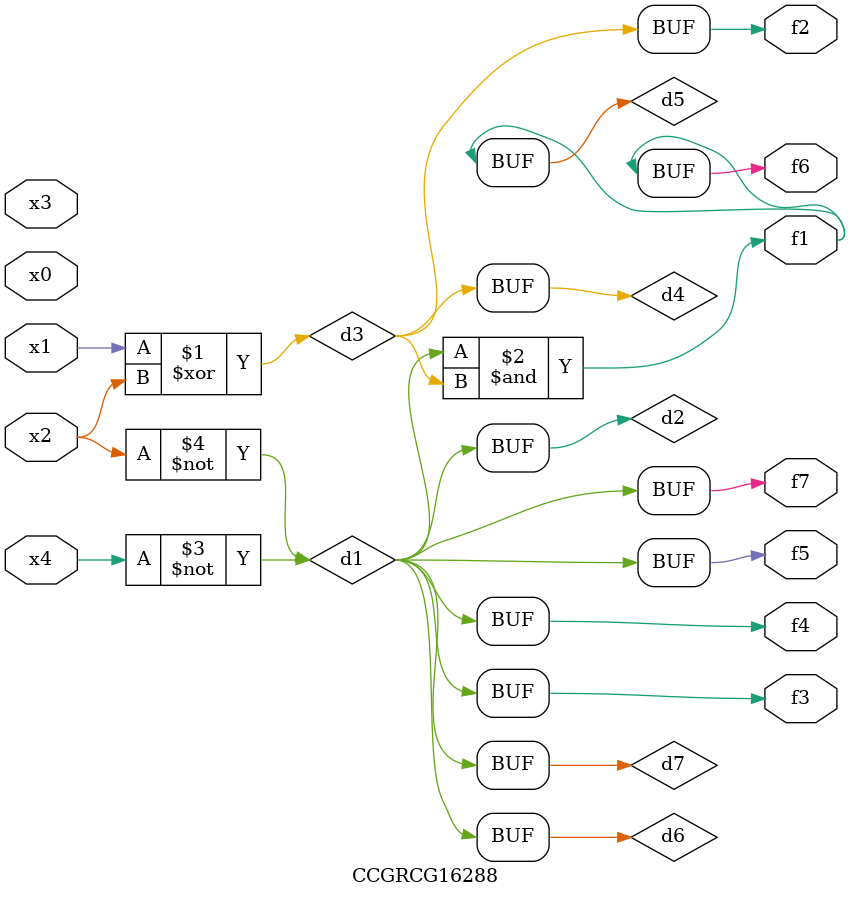
<source format=v>
module CCGRCG16288(
	input x0, x1, x2, x3, x4,
	output f1, f2, f3, f4, f5, f6, f7
);

	wire d1, d2, d3, d4, d5, d6, d7;

	not (d1, x4);
	not (d2, x2);
	xor (d3, x1, x2);
	buf (d4, d3);
	and (d5, d1, d3);
	buf (d6, d1, d2);
	buf (d7, d2);
	assign f1 = d5;
	assign f2 = d4;
	assign f3 = d7;
	assign f4 = d7;
	assign f5 = d7;
	assign f6 = d5;
	assign f7 = d7;
endmodule

</source>
